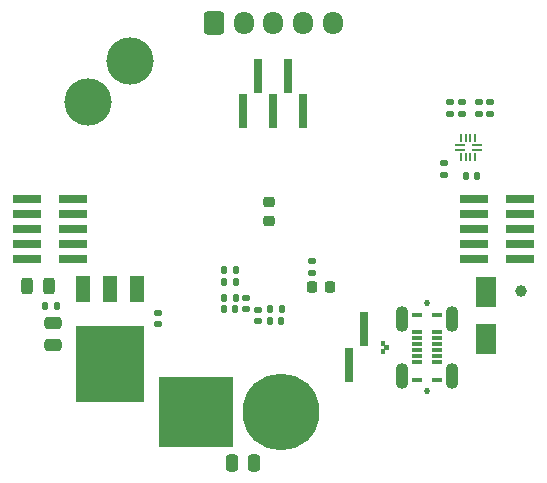
<source format=gbr>
%TF.GenerationSoftware,KiCad,Pcbnew,(6.0.9)*%
%TF.CreationDate,2023-01-25T10:50:16+01:00*%
%TF.ProjectId,BatteryManagementBoard,42617474-6572-4794-9d61-6e6167656d65,rev?*%
%TF.SameCoordinates,Original*%
%TF.FileFunction,Soldermask,Top*%
%TF.FilePolarity,Negative*%
%FSLAX46Y46*%
G04 Gerber Fmt 4.6, Leading zero omitted, Abs format (unit mm)*
G04 Created by KiCad (PCBNEW (6.0.9)) date 2023-01-25 10:50:16*
%MOMM*%
%LPD*%
G01*
G04 APERTURE LIST*
G04 Aperture macros list*
%AMRoundRect*
0 Rectangle with rounded corners*
0 $1 Rounding radius*
0 $2 $3 $4 $5 $6 $7 $8 $9 X,Y pos of 4 corners*
0 Add a 4 corners polygon primitive as box body*
4,1,4,$2,$3,$4,$5,$6,$7,$8,$9,$2,$3,0*
0 Add four circle primitives for the rounded corners*
1,1,$1+$1,$2,$3*
1,1,$1+$1,$4,$5*
1,1,$1+$1,$6,$7*
1,1,$1+$1,$8,$9*
0 Add four rect primitives between the rounded corners*
20,1,$1+$1,$2,$3,$4,$5,0*
20,1,$1+$1,$4,$5,$6,$7,0*
20,1,$1+$1,$6,$7,$8,$9,0*
20,1,$1+$1,$8,$9,$2,$3,0*%
G04 Aperture macros list end*
%ADD10C,0.010000*%
%ADD11RoundRect,0.225000X-0.225000X-0.250000X0.225000X-0.250000X0.225000X0.250000X-0.225000X0.250000X0*%
%ADD12RoundRect,0.135000X0.135000X0.185000X-0.135000X0.185000X-0.135000X-0.185000X0.135000X-0.185000X0*%
%ADD13RoundRect,0.140000X-0.140000X-0.170000X0.140000X-0.170000X0.140000X0.170000X-0.140000X0.170000X0*%
%ADD14C,1.000000*%
%ADD15RoundRect,0.050000X0.375000X0.050000X-0.375000X0.050000X-0.375000X-0.050000X0.375000X-0.050000X0*%
%ADD16RoundRect,0.050000X0.050000X0.275000X-0.050000X0.275000X-0.050000X-0.275000X0.050000X-0.275000X0*%
%ADD17RoundRect,0.140000X0.140000X0.170000X-0.140000X0.170000X-0.140000X-0.170000X0.140000X-0.170000X0*%
%ADD18C,0.520000*%
%ADD19R,0.870000X0.300000*%
%ADD20O,1.100000X2.200000*%
%ADD21RoundRect,0.140000X-0.170000X0.140000X-0.170000X-0.140000X0.170000X-0.140000X0.170000X0.140000X0*%
%ADD22RoundRect,0.225000X0.250000X-0.225000X0.250000X0.225000X-0.250000X0.225000X-0.250000X-0.225000X0*%
%ADD23R,1.800000X2.500000*%
%ADD24R,2.400000X0.740000*%
%ADD25RoundRect,0.250000X-0.475000X0.250000X-0.475000X-0.250000X0.475000X-0.250000X0.475000X0.250000X0*%
%ADD26RoundRect,0.135000X-0.185000X0.135000X-0.185000X-0.135000X0.185000X-0.135000X0.185000X0.135000X0*%
%ADD27R,0.650000X3.000000*%
%ADD28RoundRect,0.135000X-0.135000X-0.185000X0.135000X-0.185000X0.135000X0.185000X-0.135000X0.185000X0*%
%ADD29RoundRect,0.243750X-0.243750X-0.456250X0.243750X-0.456250X0.243750X0.456250X-0.243750X0.456250X0*%
%ADD30RoundRect,0.135000X0.185000X-0.135000X0.185000X0.135000X-0.185000X0.135000X-0.185000X-0.135000X0*%
%ADD31RoundRect,0.250000X-0.250000X-0.475000X0.250000X-0.475000X0.250000X0.475000X-0.250000X0.475000X0*%
%ADD32R,1.200000X2.200000*%
%ADD33R,5.800000X6.400000*%
%ADD34RoundRect,0.250000X-0.600000X-0.725000X0.600000X-0.725000X0.600000X0.725000X-0.600000X0.725000X0*%
%ADD35O,1.700000X1.950000*%
%ADD36C,6.500000*%
%ADD37R,6.300000X6.000000*%
%ADD38C,4.000000*%
G04 APERTURE END LIST*
%TO.C,D202*%
G36*
X159358000Y-109511000D02*
G01*
X159360000Y-109511000D01*
X159363000Y-109512000D01*
X159365000Y-109512000D01*
X159368000Y-109513000D01*
X159370000Y-109514000D01*
X159373000Y-109515000D01*
X159375000Y-109517000D01*
X159377000Y-109518000D01*
X159379000Y-109520000D01*
X159381000Y-109521000D01*
X159389000Y-109529000D01*
X159390000Y-109531000D01*
X159392000Y-109533000D01*
X159393000Y-109535000D01*
X159395000Y-109537000D01*
X159396000Y-109540000D01*
X159397000Y-109542000D01*
X159398000Y-109545000D01*
X159398000Y-109547000D01*
X159399000Y-109550000D01*
X159399000Y-109552000D01*
X159400000Y-109555000D01*
X159400000Y-109765000D01*
X159399000Y-109768000D01*
X159399000Y-109770000D01*
X159398000Y-109773000D01*
X159398000Y-109775000D01*
X159397000Y-109778000D01*
X159396000Y-109780000D01*
X159395000Y-109783000D01*
X159393000Y-109785000D01*
X159392000Y-109787000D01*
X159390000Y-109789000D01*
X159389000Y-109791000D01*
X159381000Y-109799000D01*
X159379000Y-109800000D01*
X159377000Y-109802000D01*
X159375000Y-109803000D01*
X159373000Y-109805000D01*
X159370000Y-109806000D01*
X159368000Y-109807000D01*
X159365000Y-109808000D01*
X159363000Y-109808000D01*
X159360000Y-109809000D01*
X159358000Y-109809000D01*
X159355000Y-109810000D01*
X159145000Y-109810000D01*
X159142000Y-109809000D01*
X159140000Y-109809000D01*
X159137000Y-109808000D01*
X159135000Y-109808000D01*
X159132000Y-109807000D01*
X159130000Y-109806000D01*
X159127000Y-109805000D01*
X159125000Y-109803000D01*
X159123000Y-109802000D01*
X159121000Y-109800000D01*
X159119000Y-109799000D01*
X159111000Y-109791000D01*
X159110000Y-109789000D01*
X159108000Y-109787000D01*
X159107000Y-109785000D01*
X159105000Y-109783000D01*
X159104000Y-109780000D01*
X159103000Y-109778000D01*
X159102000Y-109775000D01*
X159102000Y-109773000D01*
X159101000Y-109770000D01*
X159101000Y-109768000D01*
X159100000Y-109765000D01*
X159100000Y-109555000D01*
X159101000Y-109552000D01*
X159101000Y-109550000D01*
X159102000Y-109547000D01*
X159102000Y-109545000D01*
X159103000Y-109542000D01*
X159104000Y-109540000D01*
X159105000Y-109537000D01*
X159107000Y-109535000D01*
X159108000Y-109533000D01*
X159110000Y-109531000D01*
X159111000Y-109529000D01*
X159119000Y-109521000D01*
X159121000Y-109520000D01*
X159123000Y-109518000D01*
X159125000Y-109517000D01*
X159127000Y-109515000D01*
X159130000Y-109514000D01*
X159132000Y-109513000D01*
X159135000Y-109512000D01*
X159137000Y-109512000D01*
X159140000Y-109511000D01*
X159142000Y-109511000D01*
X159145000Y-109510000D01*
X159355000Y-109510000D01*
X159358000Y-109511000D01*
G37*
D10*
X159358000Y-109511000D02*
X159360000Y-109511000D01*
X159363000Y-109512000D01*
X159365000Y-109512000D01*
X159368000Y-109513000D01*
X159370000Y-109514000D01*
X159373000Y-109515000D01*
X159375000Y-109517000D01*
X159377000Y-109518000D01*
X159379000Y-109520000D01*
X159381000Y-109521000D01*
X159389000Y-109529000D01*
X159390000Y-109531000D01*
X159392000Y-109533000D01*
X159393000Y-109535000D01*
X159395000Y-109537000D01*
X159396000Y-109540000D01*
X159397000Y-109542000D01*
X159398000Y-109545000D01*
X159398000Y-109547000D01*
X159399000Y-109550000D01*
X159399000Y-109552000D01*
X159400000Y-109555000D01*
X159400000Y-109765000D01*
X159399000Y-109768000D01*
X159399000Y-109770000D01*
X159398000Y-109773000D01*
X159398000Y-109775000D01*
X159397000Y-109778000D01*
X159396000Y-109780000D01*
X159395000Y-109783000D01*
X159393000Y-109785000D01*
X159392000Y-109787000D01*
X159390000Y-109789000D01*
X159389000Y-109791000D01*
X159381000Y-109799000D01*
X159379000Y-109800000D01*
X159377000Y-109802000D01*
X159375000Y-109803000D01*
X159373000Y-109805000D01*
X159370000Y-109806000D01*
X159368000Y-109807000D01*
X159365000Y-109808000D01*
X159363000Y-109808000D01*
X159360000Y-109809000D01*
X159358000Y-109809000D01*
X159355000Y-109810000D01*
X159145000Y-109810000D01*
X159142000Y-109809000D01*
X159140000Y-109809000D01*
X159137000Y-109808000D01*
X159135000Y-109808000D01*
X159132000Y-109807000D01*
X159130000Y-109806000D01*
X159127000Y-109805000D01*
X159125000Y-109803000D01*
X159123000Y-109802000D01*
X159121000Y-109800000D01*
X159119000Y-109799000D01*
X159111000Y-109791000D01*
X159110000Y-109789000D01*
X159108000Y-109787000D01*
X159107000Y-109785000D01*
X159105000Y-109783000D01*
X159104000Y-109780000D01*
X159103000Y-109778000D01*
X159102000Y-109775000D01*
X159102000Y-109773000D01*
X159101000Y-109770000D01*
X159101000Y-109768000D01*
X159100000Y-109765000D01*
X159100000Y-109555000D01*
X159101000Y-109552000D01*
X159101000Y-109550000D01*
X159102000Y-109547000D01*
X159102000Y-109545000D01*
X159103000Y-109542000D01*
X159104000Y-109540000D01*
X159105000Y-109537000D01*
X159107000Y-109535000D01*
X159108000Y-109533000D01*
X159110000Y-109531000D01*
X159111000Y-109529000D01*
X159119000Y-109521000D01*
X159121000Y-109520000D01*
X159123000Y-109518000D01*
X159125000Y-109517000D01*
X159127000Y-109515000D01*
X159130000Y-109514000D01*
X159132000Y-109513000D01*
X159135000Y-109512000D01*
X159137000Y-109512000D01*
X159140000Y-109511000D01*
X159142000Y-109511000D01*
X159145000Y-109510000D01*
X159355000Y-109510000D01*
X159358000Y-109511000D01*
G36*
X159658000Y-109851000D02*
G01*
X159660000Y-109851000D01*
X159663000Y-109852000D01*
X159665000Y-109852000D01*
X159668000Y-109853000D01*
X159670000Y-109854000D01*
X159673000Y-109855000D01*
X159675000Y-109857000D01*
X159677000Y-109858000D01*
X159679000Y-109860000D01*
X159681000Y-109861000D01*
X159689000Y-109869000D01*
X159690000Y-109871000D01*
X159692000Y-109873000D01*
X159693000Y-109875000D01*
X159695000Y-109877000D01*
X159696000Y-109880000D01*
X159697000Y-109882000D01*
X159698000Y-109885000D01*
X159698000Y-109887000D01*
X159699000Y-109890000D01*
X159699000Y-109892000D01*
X159700000Y-109895000D01*
X159700000Y-110105000D01*
X159699000Y-110108000D01*
X159699000Y-110110000D01*
X159698000Y-110113000D01*
X159698000Y-110115000D01*
X159697000Y-110118000D01*
X159696000Y-110120000D01*
X159695000Y-110123000D01*
X159693000Y-110125000D01*
X159692000Y-110127000D01*
X159690000Y-110129000D01*
X159689000Y-110131000D01*
X159681000Y-110139000D01*
X159679000Y-110140000D01*
X159677000Y-110142000D01*
X159675000Y-110143000D01*
X159673000Y-110145000D01*
X159670000Y-110146000D01*
X159668000Y-110147000D01*
X159665000Y-110148000D01*
X159663000Y-110148000D01*
X159660000Y-110149000D01*
X159658000Y-110149000D01*
X159655000Y-110150000D01*
X159445000Y-110150000D01*
X159442000Y-110149000D01*
X159440000Y-110149000D01*
X159437000Y-110148000D01*
X159435000Y-110148000D01*
X159432000Y-110147000D01*
X159430000Y-110146000D01*
X159427000Y-110145000D01*
X159425000Y-110143000D01*
X159423000Y-110142000D01*
X159421000Y-110140000D01*
X159419000Y-110139000D01*
X159411000Y-110131000D01*
X159410000Y-110129000D01*
X159408000Y-110127000D01*
X159407000Y-110125000D01*
X159405000Y-110123000D01*
X159404000Y-110120000D01*
X159403000Y-110118000D01*
X159402000Y-110115000D01*
X159402000Y-110113000D01*
X159401000Y-110110000D01*
X159401000Y-110108000D01*
X159400000Y-110105000D01*
X159400000Y-109895000D01*
X159401000Y-109892000D01*
X159401000Y-109890000D01*
X159402000Y-109887000D01*
X159402000Y-109885000D01*
X159403000Y-109882000D01*
X159404000Y-109880000D01*
X159405000Y-109877000D01*
X159407000Y-109875000D01*
X159408000Y-109873000D01*
X159410000Y-109871000D01*
X159411000Y-109869000D01*
X159419000Y-109861000D01*
X159421000Y-109860000D01*
X159423000Y-109858000D01*
X159425000Y-109857000D01*
X159427000Y-109855000D01*
X159430000Y-109854000D01*
X159432000Y-109853000D01*
X159435000Y-109852000D01*
X159437000Y-109852000D01*
X159440000Y-109851000D01*
X159442000Y-109851000D01*
X159445000Y-109850000D01*
X159655000Y-109850000D01*
X159658000Y-109851000D01*
G37*
X159658000Y-109851000D02*
X159660000Y-109851000D01*
X159663000Y-109852000D01*
X159665000Y-109852000D01*
X159668000Y-109853000D01*
X159670000Y-109854000D01*
X159673000Y-109855000D01*
X159675000Y-109857000D01*
X159677000Y-109858000D01*
X159679000Y-109860000D01*
X159681000Y-109861000D01*
X159689000Y-109869000D01*
X159690000Y-109871000D01*
X159692000Y-109873000D01*
X159693000Y-109875000D01*
X159695000Y-109877000D01*
X159696000Y-109880000D01*
X159697000Y-109882000D01*
X159698000Y-109885000D01*
X159698000Y-109887000D01*
X159699000Y-109890000D01*
X159699000Y-109892000D01*
X159700000Y-109895000D01*
X159700000Y-110105000D01*
X159699000Y-110108000D01*
X159699000Y-110110000D01*
X159698000Y-110113000D01*
X159698000Y-110115000D01*
X159697000Y-110118000D01*
X159696000Y-110120000D01*
X159695000Y-110123000D01*
X159693000Y-110125000D01*
X159692000Y-110127000D01*
X159690000Y-110129000D01*
X159689000Y-110131000D01*
X159681000Y-110139000D01*
X159679000Y-110140000D01*
X159677000Y-110142000D01*
X159675000Y-110143000D01*
X159673000Y-110145000D01*
X159670000Y-110146000D01*
X159668000Y-110147000D01*
X159665000Y-110148000D01*
X159663000Y-110148000D01*
X159660000Y-110149000D01*
X159658000Y-110149000D01*
X159655000Y-110150000D01*
X159445000Y-110150000D01*
X159442000Y-110149000D01*
X159440000Y-110149000D01*
X159437000Y-110148000D01*
X159435000Y-110148000D01*
X159432000Y-110147000D01*
X159430000Y-110146000D01*
X159427000Y-110145000D01*
X159425000Y-110143000D01*
X159423000Y-110142000D01*
X159421000Y-110140000D01*
X159419000Y-110139000D01*
X159411000Y-110131000D01*
X159410000Y-110129000D01*
X159408000Y-110127000D01*
X159407000Y-110125000D01*
X159405000Y-110123000D01*
X159404000Y-110120000D01*
X159403000Y-110118000D01*
X159402000Y-110115000D01*
X159402000Y-110113000D01*
X159401000Y-110110000D01*
X159401000Y-110108000D01*
X159400000Y-110105000D01*
X159400000Y-109895000D01*
X159401000Y-109892000D01*
X159401000Y-109890000D01*
X159402000Y-109887000D01*
X159402000Y-109885000D01*
X159403000Y-109882000D01*
X159404000Y-109880000D01*
X159405000Y-109877000D01*
X159407000Y-109875000D01*
X159408000Y-109873000D01*
X159410000Y-109871000D01*
X159411000Y-109869000D01*
X159419000Y-109861000D01*
X159421000Y-109860000D01*
X159423000Y-109858000D01*
X159425000Y-109857000D01*
X159427000Y-109855000D01*
X159430000Y-109854000D01*
X159432000Y-109853000D01*
X159435000Y-109852000D01*
X159437000Y-109852000D01*
X159440000Y-109851000D01*
X159442000Y-109851000D01*
X159445000Y-109850000D01*
X159655000Y-109850000D01*
X159658000Y-109851000D01*
G36*
X159358000Y-110191000D02*
G01*
X159360000Y-110191000D01*
X159363000Y-110192000D01*
X159365000Y-110192000D01*
X159368000Y-110193000D01*
X159370000Y-110194000D01*
X159373000Y-110195000D01*
X159375000Y-110197000D01*
X159377000Y-110198000D01*
X159379000Y-110200000D01*
X159381000Y-110201000D01*
X159389000Y-110209000D01*
X159390000Y-110211000D01*
X159392000Y-110213000D01*
X159393000Y-110215000D01*
X159395000Y-110217000D01*
X159396000Y-110220000D01*
X159397000Y-110222000D01*
X159398000Y-110225000D01*
X159398000Y-110227000D01*
X159399000Y-110230000D01*
X159399000Y-110232000D01*
X159400000Y-110235000D01*
X159400000Y-110445000D01*
X159399000Y-110448000D01*
X159399000Y-110450000D01*
X159398000Y-110453000D01*
X159398000Y-110455000D01*
X159397000Y-110458000D01*
X159396000Y-110460000D01*
X159395000Y-110463000D01*
X159393000Y-110465000D01*
X159392000Y-110467000D01*
X159390000Y-110469000D01*
X159389000Y-110471000D01*
X159381000Y-110479000D01*
X159379000Y-110480000D01*
X159377000Y-110482000D01*
X159375000Y-110483000D01*
X159373000Y-110485000D01*
X159370000Y-110486000D01*
X159368000Y-110487000D01*
X159365000Y-110488000D01*
X159363000Y-110488000D01*
X159360000Y-110489000D01*
X159358000Y-110489000D01*
X159355000Y-110490000D01*
X159145000Y-110490000D01*
X159142000Y-110489000D01*
X159140000Y-110489000D01*
X159137000Y-110488000D01*
X159135000Y-110488000D01*
X159132000Y-110487000D01*
X159130000Y-110486000D01*
X159127000Y-110485000D01*
X159125000Y-110483000D01*
X159123000Y-110482000D01*
X159121000Y-110480000D01*
X159119000Y-110479000D01*
X159111000Y-110471000D01*
X159110000Y-110469000D01*
X159108000Y-110467000D01*
X159107000Y-110465000D01*
X159105000Y-110463000D01*
X159104000Y-110460000D01*
X159103000Y-110458000D01*
X159102000Y-110455000D01*
X159102000Y-110453000D01*
X159101000Y-110450000D01*
X159101000Y-110448000D01*
X159100000Y-110445000D01*
X159100000Y-110235000D01*
X159101000Y-110232000D01*
X159101000Y-110230000D01*
X159102000Y-110227000D01*
X159102000Y-110225000D01*
X159103000Y-110222000D01*
X159104000Y-110220000D01*
X159105000Y-110217000D01*
X159107000Y-110215000D01*
X159108000Y-110213000D01*
X159110000Y-110211000D01*
X159111000Y-110209000D01*
X159119000Y-110201000D01*
X159121000Y-110200000D01*
X159123000Y-110198000D01*
X159125000Y-110197000D01*
X159127000Y-110195000D01*
X159130000Y-110194000D01*
X159132000Y-110193000D01*
X159135000Y-110192000D01*
X159137000Y-110192000D01*
X159140000Y-110191000D01*
X159142000Y-110191000D01*
X159145000Y-110190000D01*
X159355000Y-110190000D01*
X159358000Y-110191000D01*
G37*
X159358000Y-110191000D02*
X159360000Y-110191000D01*
X159363000Y-110192000D01*
X159365000Y-110192000D01*
X159368000Y-110193000D01*
X159370000Y-110194000D01*
X159373000Y-110195000D01*
X159375000Y-110197000D01*
X159377000Y-110198000D01*
X159379000Y-110200000D01*
X159381000Y-110201000D01*
X159389000Y-110209000D01*
X159390000Y-110211000D01*
X159392000Y-110213000D01*
X159393000Y-110215000D01*
X159395000Y-110217000D01*
X159396000Y-110220000D01*
X159397000Y-110222000D01*
X159398000Y-110225000D01*
X159398000Y-110227000D01*
X159399000Y-110230000D01*
X159399000Y-110232000D01*
X159400000Y-110235000D01*
X159400000Y-110445000D01*
X159399000Y-110448000D01*
X159399000Y-110450000D01*
X159398000Y-110453000D01*
X159398000Y-110455000D01*
X159397000Y-110458000D01*
X159396000Y-110460000D01*
X159395000Y-110463000D01*
X159393000Y-110465000D01*
X159392000Y-110467000D01*
X159390000Y-110469000D01*
X159389000Y-110471000D01*
X159381000Y-110479000D01*
X159379000Y-110480000D01*
X159377000Y-110482000D01*
X159375000Y-110483000D01*
X159373000Y-110485000D01*
X159370000Y-110486000D01*
X159368000Y-110487000D01*
X159365000Y-110488000D01*
X159363000Y-110488000D01*
X159360000Y-110489000D01*
X159358000Y-110489000D01*
X159355000Y-110490000D01*
X159145000Y-110490000D01*
X159142000Y-110489000D01*
X159140000Y-110489000D01*
X159137000Y-110488000D01*
X159135000Y-110488000D01*
X159132000Y-110487000D01*
X159130000Y-110486000D01*
X159127000Y-110485000D01*
X159125000Y-110483000D01*
X159123000Y-110482000D01*
X159121000Y-110480000D01*
X159119000Y-110479000D01*
X159111000Y-110471000D01*
X159110000Y-110469000D01*
X159108000Y-110467000D01*
X159107000Y-110465000D01*
X159105000Y-110463000D01*
X159104000Y-110460000D01*
X159103000Y-110458000D01*
X159102000Y-110455000D01*
X159102000Y-110453000D01*
X159101000Y-110450000D01*
X159101000Y-110448000D01*
X159100000Y-110445000D01*
X159100000Y-110235000D01*
X159101000Y-110232000D01*
X159101000Y-110230000D01*
X159102000Y-110227000D01*
X159102000Y-110225000D01*
X159103000Y-110222000D01*
X159104000Y-110220000D01*
X159105000Y-110217000D01*
X159107000Y-110215000D01*
X159108000Y-110213000D01*
X159110000Y-110211000D01*
X159111000Y-110209000D01*
X159119000Y-110201000D01*
X159121000Y-110200000D01*
X159123000Y-110198000D01*
X159125000Y-110197000D01*
X159127000Y-110195000D01*
X159130000Y-110194000D01*
X159132000Y-110193000D01*
X159135000Y-110192000D01*
X159137000Y-110192000D01*
X159140000Y-110191000D01*
X159142000Y-110191000D01*
X159145000Y-110190000D01*
X159355000Y-110190000D01*
X159358000Y-110191000D01*
%TD*%
D11*
%TO.C,C326*%
X153225000Y-104900000D03*
X154775000Y-104900000D03*
%TD*%
D12*
%TO.C,R309*%
X146810000Y-103500000D03*
X145790000Y-103500000D03*
%TD*%
D13*
%TO.C,C330*%
X145820000Y-106800000D03*
X146780000Y-106800000D03*
%TD*%
D14*
%TO.C,TP201*%
X171000000Y-105250000D03*
%TD*%
D15*
%TO.C,U501*%
X167205000Y-93280000D03*
X167205000Y-92880000D03*
D16*
X167080000Y-92255000D03*
X166680000Y-92255000D03*
X166280000Y-92255000D03*
X165880000Y-92255000D03*
D15*
X165755000Y-92880000D03*
X165755000Y-93280000D03*
D16*
X165880000Y-93905000D03*
X166280000Y-93905000D03*
X166680000Y-93905000D03*
X167080000Y-93905000D03*
%TD*%
D17*
%TO.C,C501*%
X167230000Y-95500000D03*
X166270000Y-95500000D03*
%TD*%
D12*
%TO.C,R401*%
X131710000Y-106500000D03*
X130690000Y-106500000D03*
%TD*%
D18*
%TO.C,J201*%
X163000000Y-113750000D03*
X163000000Y-106250000D03*
D19*
X163865000Y-107250000D03*
X163865000Y-108750000D03*
X163865000Y-109250000D03*
X163865000Y-109750000D03*
X163865000Y-110250000D03*
X163865000Y-110750000D03*
X163865000Y-111250000D03*
X163865000Y-112750000D03*
X162135000Y-112750000D03*
X162135000Y-111250000D03*
X162135000Y-110750000D03*
X162135000Y-110250000D03*
X162135000Y-109750000D03*
X162135000Y-109250000D03*
X162135000Y-108750000D03*
X162135000Y-107250000D03*
D20*
X165150000Y-107600000D03*
X160850000Y-107600000D03*
X165150000Y-112400000D03*
X160850000Y-112400000D03*
%TD*%
D21*
%TO.C,C327*%
X148700000Y-106820000D03*
X148700000Y-107780000D03*
%TD*%
%TO.C,C402*%
X140250000Y-107120000D03*
X140250000Y-108080000D03*
%TD*%
D22*
%TO.C,C331*%
X149600000Y-99300000D03*
X149600000Y-97750000D03*
%TD*%
D12*
%TO.C,R314*%
X150710000Y-106800000D03*
X149690000Y-106800000D03*
%TD*%
D23*
%TO.C,D201*%
X168000000Y-109300000D03*
X168000000Y-105300000D03*
%TD*%
D24*
%TO.C,J205*%
X133050000Y-102540000D03*
X129150000Y-102540000D03*
X133050000Y-101270000D03*
X129150000Y-101270000D03*
X133050000Y-100000000D03*
X129150000Y-100000000D03*
X133050000Y-98730000D03*
X129150000Y-98730000D03*
X133050000Y-97460000D03*
X129150000Y-97460000D03*
%TD*%
D25*
%TO.C,C403*%
X131300000Y-107950000D03*
X131300000Y-109850000D03*
%TD*%
D26*
%TO.C,R308*%
X153300000Y-102690000D03*
X153300000Y-103710000D03*
%TD*%
%TO.C,R506*%
X164440000Y-94420000D03*
X164440000Y-95440000D03*
%TD*%
D27*
%TO.C,J206*%
X157635000Y-108500000D03*
X156365000Y-111500000D03*
%TD*%
D26*
%TO.C,R502*%
X164970000Y-89250000D03*
X164970000Y-90270000D03*
%TD*%
D28*
%TO.C,R311*%
X145790000Y-104500000D03*
X146810000Y-104500000D03*
%TD*%
D29*
%TO.C,D401*%
X129162500Y-104800000D03*
X131037500Y-104800000D03*
%TD*%
D30*
%TO.C,R503*%
X168370000Y-90260000D03*
X168370000Y-89240000D03*
%TD*%
D26*
%TO.C,R504*%
X167370000Y-89230000D03*
X167370000Y-90250000D03*
%TD*%
D30*
%TO.C,R501*%
X166000000Y-90270000D03*
X166000000Y-89250000D03*
%TD*%
D28*
%TO.C,R315*%
X145790000Y-105800000D03*
X146810000Y-105800000D03*
%TD*%
D24*
%TO.C,J203*%
X170850000Y-102540000D03*
X166950000Y-102540000D03*
X170850000Y-101270000D03*
X166950000Y-101270000D03*
X170850000Y-100000000D03*
X166950000Y-100000000D03*
X170850000Y-98730000D03*
X166950000Y-98730000D03*
X170850000Y-97460000D03*
X166950000Y-97460000D03*
%TD*%
D31*
%TO.C,C324*%
X146450000Y-119800000D03*
X148350000Y-119800000D03*
%TD*%
D21*
%TO.C,C329*%
X147700000Y-105820000D03*
X147700000Y-106780000D03*
%TD*%
D27*
%TO.C,J207*%
X147460000Y-90000000D03*
X148730000Y-87000000D03*
X150000000Y-90000000D03*
X151270000Y-87000000D03*
X152540000Y-90000000D03*
%TD*%
D17*
%TO.C,C328*%
X150680000Y-107800000D03*
X149720000Y-107800000D03*
%TD*%
D32*
%TO.C,U401*%
X138430000Y-105100000D03*
X136150000Y-105100000D03*
X133870000Y-105100000D03*
D33*
X136150000Y-111400000D03*
%TD*%
D34*
%TO.C,J208*%
X145000000Y-82525000D03*
D35*
X147500000Y-82525000D03*
X150000000Y-82525000D03*
X152500000Y-82525000D03*
X155000000Y-82525000D03*
%TD*%
D36*
%TO.C,J204*%
X150600000Y-115500000D03*
D37*
X143400000Y-115500000D03*
%TD*%
D38*
%TO.C,J202*%
X137817767Y-85732233D03*
X134282233Y-89267767D03*
%TD*%
M02*

</source>
